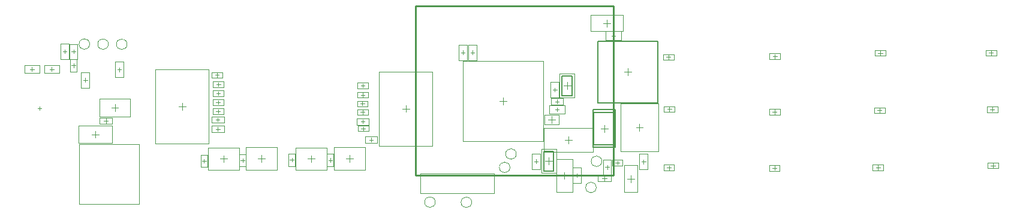
<source format=gko>
G04*
G04 #@! TF.GenerationSoftware,Altium Limited,CircuitMaker,2.3.0 (2.3.0.3)*
G04*
G04 Layer_Color=16720538*
%FSLAX24Y24*%
%MOIN*%
G70*
G04*
G04 #@! TF.SameCoordinates,2A175E2D-0061-457C-8FEC-56F43111969E*
G04*
G04*
G04 #@! TF.FilePolarity,Positive*
G04*
G01*
G75*
%ADD11C,0.0039*%
%ADD13C,0.0100*%
%ADD14C,0.0050*%
%ADD15C,0.0079*%
%ADD16C,0.0059*%
%ADD18C,0.0020*%
D11*
X4197Y3888D02*
X7544D01*
Y542D02*
Y3888D01*
X4197Y542D02*
X7544D01*
X4197D02*
Y3888D01*
X26015Y640D02*
G03*
X26015Y640I-295J0D01*
G01*
X33251Y2925D02*
G03*
X33251Y2925I-295J0D01*
G01*
X5818Y9449D02*
G03*
X5818Y9449I-295J0D01*
G01*
X6859Y9444D02*
G03*
X6859Y9444I-295J0D01*
G01*
X4780Y9454D02*
G03*
X4780Y9454I-295J0D01*
G01*
X28144Y2582D02*
G03*
X28144Y2582I-295J0D01*
G01*
X28494Y3332D02*
G03*
X28494Y3332I-295J0D01*
G01*
X32941Y1465D02*
G03*
X32941Y1465I-295J0D01*
G01*
X23988Y649D02*
G03*
X23988Y649I-295J0D01*
G01*
X4542Y7346D02*
Y7563D01*
X4434Y7455D02*
X4651D01*
X35147Y4818D02*
X35541D01*
X35344Y4621D02*
Y5015D01*
X19835Y6135D02*
X20051D01*
X19943Y6027D02*
Y6243D01*
X5983Y5913D02*
X6377D01*
X6180Y5717D02*
Y6110D01*
X14134Y3066D02*
X14528D01*
X14331Y2869D02*
Y3263D01*
X23154Y1127D02*
X27249D01*
Y2229D01*
X23154D02*
X27249D01*
X23154Y1127D02*
Y2229D01*
X27562Y6272D02*
X27956D01*
X27759Y6075D02*
Y6469D01*
X1573Y7947D02*
Y8163D01*
X1465Y8055D02*
X1681D01*
X2676Y7947D02*
Y8163D01*
X2567Y8055D02*
X2784D01*
X19965Y5027D02*
Y5243D01*
X19857Y5135D02*
X20074D01*
X20426Y4012D02*
Y4228D01*
X20317Y4120D02*
X20534D01*
X18047Y2987D02*
X18264D01*
X18155Y2879D02*
Y3095D01*
X15908Y3001D02*
X16125D01*
X16017Y2893D02*
Y3109D01*
X13173Y2978D02*
X13390D01*
X13281Y2870D02*
Y3087D01*
X11029Y2946D02*
X11246D01*
X11138Y2838D02*
Y3054D01*
X19218Y2866D02*
Y3260D01*
X19021Y3063D02*
X19414D01*
X17093Y2863D02*
Y3257D01*
X16897Y3060D02*
X17290D01*
X12228Y2865D02*
Y3259D01*
X12032Y3062D02*
X12425D01*
X11904Y5137D02*
Y5353D01*
X11796Y5245D02*
X12012D01*
X11909Y4612D02*
Y4829D01*
X11801Y4720D02*
X12017D01*
X22351Y5661D02*
Y6055D01*
X22154Y5858D02*
X22548D01*
X20874Y7925D02*
X23827D01*
X20874Y3791D02*
X23827D01*
X20874D02*
Y7925D01*
X23827Y3791D02*
Y7925D01*
X9922Y5775D02*
Y6169D01*
X9725Y5972D02*
X10119D01*
X8445Y3905D02*
X11398D01*
X8445Y8039D02*
X11398D01*
Y3905D02*
Y8039D01*
X8445Y3905D02*
Y8039D01*
X29492Y2925D02*
X29709D01*
X29600Y2816D02*
Y3033D01*
X30300Y2738D02*
Y3131D01*
X30104Y2935D02*
X30497D01*
X31876Y2037D02*
Y2253D01*
X31767Y2145D02*
X31984D01*
X30979Y2125D02*
X31373D01*
X31176Y1928D02*
Y2322D01*
X33278Y1975D02*
X33514D01*
X33396Y1857D02*
Y2093D01*
X36983Y2452D02*
Y2688D01*
X36865Y2570D02*
X37101D01*
X33546Y2487D02*
Y2703D01*
X33437Y2595D02*
X33654D01*
X34007Y2845D02*
X34224D01*
X34116Y2737D02*
Y2953D01*
X34870Y1754D02*
Y2148D01*
X34673Y1951D02*
X35067D01*
X35576Y2786D02*
Y3002D01*
X35467Y2894D02*
X35684D01*
X33189Y4745D02*
X33583D01*
X33386Y4548D02*
Y4942D01*
X33536Y10418D02*
Y10812D01*
X33339Y10615D02*
X33733D01*
X37001Y5712D02*
Y5948D01*
X36883Y5830D02*
X37119D01*
X36956Y8617D02*
Y8853D01*
X36838Y8735D02*
X37074D01*
X42871Y8652D02*
Y8888D01*
X42753Y8770D02*
X42989D01*
X42849Y2426D02*
Y2662D01*
X42731Y2544D02*
X42967D01*
X42735Y5675D02*
X42972D01*
X42853Y5557D02*
Y5793D01*
X48690Y5642D02*
Y5878D01*
X48572Y5760D02*
X48809D01*
X48728Y8837D02*
Y9073D01*
X48610Y8955D02*
X48846D01*
X48606Y2457D02*
Y2693D01*
X48488Y2575D02*
X48724D01*
X54878Y2685D02*
X55114D01*
X54996Y2567D02*
Y2803D01*
X54835Y5815D02*
X55072D01*
X54953Y5697D02*
Y5933D01*
X54893Y8847D02*
Y9083D01*
X54775Y8965D02*
X55012D01*
X33791Y9923D02*
X34007D01*
X33899Y9815D02*
Y10032D01*
X34509Y7905D02*
X34903D01*
X34706Y7708D02*
Y8102D01*
X26066Y8877D02*
Y9093D01*
X25957Y8985D02*
X26174D01*
X11823Y6713D02*
X12040D01*
X11932Y6605D02*
Y6822D01*
X11832Y7213D02*
X12049D01*
X11940Y7105D02*
Y7322D01*
X11810Y5715D02*
X12026D01*
X11918Y5607D02*
Y5823D01*
X11812Y6203D02*
X12029D01*
X11921Y6094D02*
Y6311D01*
X11748Y7734D02*
X11964D01*
X11856Y7625D02*
Y7842D01*
X30259Y5252D02*
X30653D01*
X30456Y5055D02*
Y5448D01*
X19847Y6625D02*
X20063D01*
X19955Y6517D02*
Y6733D01*
X19845Y5665D02*
X20062D01*
X19953Y5557D02*
Y5773D01*
X5570Y5175D02*
X5806D01*
X5688Y5057D02*
Y5293D01*
X3886Y8930D02*
Y9146D01*
X3777Y9038D02*
X3994D01*
X30769Y6144D02*
Y6361D01*
X30661Y6252D02*
X30877D01*
X3778Y8265D02*
X3994D01*
X3886Y8157D02*
Y8373D01*
X19859Y7149D02*
X20076D01*
X19968Y7040D02*
Y7257D01*
X30531Y6902D02*
X30747D01*
X30639Y6794D02*
Y7011D01*
X6326Y8027D02*
X6542D01*
X6434Y7918D02*
Y8135D01*
X3396Y8927D02*
Y9143D01*
X3287Y9035D02*
X3504D01*
X31319Y6941D02*
Y7335D01*
X31122Y7138D02*
X31516D01*
X19877Y4750D02*
X20094D01*
X19985Y4642D02*
Y4858D01*
X25417Y8986D02*
X25634D01*
X25526Y8878D02*
Y9094D01*
X30768Y5694D02*
Y5911D01*
X30660Y5802D02*
X30876D01*
X5100Y4228D02*
Y4622D01*
X4904Y4425D02*
X5297D01*
D13*
X22887Y11584D02*
X33911D01*
Y2135D02*
Y11584D01*
X22887Y2135D02*
X33911D01*
X22887D02*
Y11584D01*
D14*
X33033Y6192D02*
X36379D01*
X33033Y9618D02*
X36379D01*
X33033Y6192D02*
Y9618D01*
X36379Y6192D02*
Y9618D01*
D15*
X32772Y3695D02*
X34000D01*
Y5795D01*
X32772D02*
X34000D01*
X32772Y3695D02*
Y5795D01*
D16*
X30576Y2385D02*
Y3485D01*
X30025Y2385D02*
X30576D01*
X30025D02*
Y3485D01*
X30576D01*
X31044Y6588D02*
Y7688D01*
X31595D01*
Y6588D02*
Y7688D01*
X31044Y6588D02*
X31595D01*
X32811Y3839D02*
X33961D01*
Y5650D01*
X32811D02*
X33961D01*
X32811Y3839D02*
Y5650D01*
D18*
X4306Y7022D02*
X4779D01*
X4306Y7888D02*
X4779D01*
X4306Y7022D02*
Y7888D01*
X4779Y7022D02*
Y7888D01*
X36388Y3480D02*
Y6157D01*
X34301Y3480D02*
Y6157D01*
X36388D01*
X34301Y3480D02*
X36388D01*
X19648Y5977D02*
Y6292D01*
X20238Y5977D02*
Y6292D01*
X19648D02*
X20238D01*
X19648Y5977D02*
X20238D01*
X5334Y5402D02*
Y6425D01*
X7027Y5402D02*
Y6425D01*
X5334D02*
X7027D01*
X5334Y5402D02*
X7027D01*
X13465Y2436D02*
Y3696D01*
X15197Y2436D02*
Y3696D01*
X13465D02*
X15197D01*
X13465Y2436D02*
X15197D01*
X30003Y4028D02*
Y8516D01*
X25515Y4028D02*
Y8516D01*
Y4028D02*
X30003D01*
X25515Y8516D02*
X30003D01*
X1160Y7838D02*
X1987D01*
X1160Y8271D02*
X1987D01*
Y7838D02*
Y8271D01*
X1160Y7838D02*
Y8271D01*
X2262Y8271D02*
X3089D01*
X2262Y7838D02*
X3089D01*
X2262D02*
Y8271D01*
X3089Y7838D02*
Y8271D01*
X19623Y4958D02*
X20307D01*
X19623Y5312D02*
X20307D01*
Y4958D02*
Y5312D01*
X19623Y4958D02*
Y5312D01*
X20084Y3943D02*
X20768D01*
X20084Y4297D02*
X20768D01*
Y3943D02*
Y4297D01*
X20084Y3943D02*
Y4297D01*
X18333Y2645D02*
Y3329D01*
X17978Y2645D02*
Y3329D01*
X18333D01*
X17978Y2645D02*
X18333D01*
X16194Y2659D02*
Y3343D01*
X15840Y2659D02*
Y3343D01*
X16194D01*
X15840Y2659D02*
X16194D01*
X13459Y2637D02*
Y3320D01*
X13104Y2637D02*
Y3320D01*
X13459D01*
X13104Y2637D02*
X13459D01*
X11315Y2604D02*
Y3288D01*
X10961Y2604D02*
Y3288D01*
X11315D01*
X10961Y2604D02*
X11315D01*
X18351Y2433D02*
X20084D01*
X18351Y3693D02*
X20084D01*
Y2433D02*
Y3693D01*
X18351Y2433D02*
Y3693D01*
X16227Y2430D02*
X17960D01*
X16227Y3690D02*
X17960D01*
Y2430D02*
Y3690D01*
X16227Y2430D02*
Y3690D01*
X11362Y2432D02*
X13094D01*
X11362Y3692D02*
X13094D01*
Y2432D02*
Y3692D01*
X11362Y2432D02*
Y3692D01*
X11562Y5422D02*
X12246D01*
X11562Y5068D02*
X12246D01*
X11562D02*
Y5422D01*
X12246Y5068D02*
Y5422D01*
X11567Y4897D02*
X12251D01*
X11567Y4543D02*
X12251D01*
X11567D02*
Y4897D01*
X12251Y4543D02*
Y4897D01*
X31201Y4113D02*
X31595D01*
X31398Y3916D02*
Y4310D01*
X32776Y3444D02*
Y4782D01*
X30020D02*
X32776D01*
X30020Y3444D02*
Y4782D01*
Y3444D02*
X32776D01*
X29364Y2492D02*
Y3358D01*
X29837Y2492D02*
Y3358D01*
X29364Y2492D02*
X29837D01*
X29364Y3358D02*
X29837D01*
X29887Y3604D02*
X30714D01*
X29887Y2265D02*
X30714D01*
Y3604D01*
X29887Y2265D02*
Y3604D01*
X31640Y2578D02*
X32112D01*
X31640Y1712D02*
X32112D01*
Y2578D01*
X31640Y1712D02*
Y2578D01*
X30723Y1219D02*
Y3030D01*
X31628Y1219D02*
Y3030D01*
X30723Y1219D02*
X31628D01*
X30723Y3030D02*
X31628D01*
X33750Y1798D02*
Y2152D01*
X33041Y1798D02*
Y2152D01*
Y1798D02*
X33750D01*
X33041Y2152D02*
X33750D01*
X36688Y2412D02*
X37279D01*
X36688Y2727D02*
X37279D01*
Y2412D02*
Y2727D01*
X36688Y2412D02*
Y2727D01*
X33329Y2182D02*
X33762D01*
X33329Y3008D02*
X33762D01*
X33329Y2182D02*
Y3008D01*
X33762Y2182D02*
Y3008D01*
X33820Y2687D02*
Y3002D01*
X34411Y2687D02*
Y3002D01*
X33820D02*
X34411D01*
X33820Y2687D02*
X34411D01*
X34496Y1203D02*
X35244D01*
X34496Y2699D02*
X35244D01*
X34496Y1203D02*
Y2699D01*
X35244Y1203D02*
Y2699D01*
X35340Y2461D02*
X35812D01*
X35340Y3327D02*
X35812D01*
X35340Y2461D02*
Y3327D01*
X35812Y2461D02*
Y3327D01*
X32630Y11068D02*
X34441D01*
X32630Y10162D02*
X34441D01*
X32630D02*
Y11068D01*
X34441Y10162D02*
Y11068D01*
X36706Y5672D02*
X37296D01*
X36706Y5987D02*
X37296D01*
Y5672D02*
Y5987D01*
X36706Y5672D02*
Y5987D01*
X36660Y8577D02*
X37251D01*
X36660Y8892D02*
X37251D01*
Y8577D02*
Y8892D01*
X36660Y8577D02*
Y8892D01*
X42576Y8612D02*
X43166D01*
X42576Y8927D02*
X43166D01*
Y8612D02*
Y8927D01*
X42576Y8612D02*
Y8927D01*
X42553Y2387D02*
X43144D01*
X42553Y2702D02*
X43144D01*
Y2387D02*
Y2702D01*
X42553Y2387D02*
Y2702D01*
X42558Y5517D02*
Y5832D01*
X43149Y5517D02*
Y5832D01*
X42558D02*
X43149D01*
X42558Y5517D02*
X43149D01*
X48395Y5602D02*
X48986D01*
X48395Y5917D02*
X48986D01*
Y5602D02*
Y5917D01*
X48395Y5602D02*
Y5917D01*
X48433Y8797D02*
X49023D01*
X48433Y9112D02*
X49023D01*
Y8797D02*
Y9112D01*
X48433Y8797D02*
Y9112D01*
X48310Y2417D02*
X48901D01*
X48310Y2732D02*
X48901D01*
Y2417D02*
Y2732D01*
X48310Y2417D02*
Y2732D01*
X54700Y2527D02*
Y2842D01*
X55291Y2527D02*
Y2842D01*
X54700D02*
X55291D01*
X54700Y2527D02*
X55291D01*
X54658Y5657D02*
Y5972D01*
X55249Y5657D02*
Y5972D01*
X54658D02*
X55249D01*
X54658Y5657D02*
X55249D01*
X54598Y8807D02*
X55189D01*
X54598Y9122D02*
X55189D01*
Y8807D02*
Y9122D01*
X54598Y8807D02*
Y9122D01*
X34332Y9687D02*
Y10160D01*
X33466Y9687D02*
Y10160D01*
Y9687D02*
X34332D01*
X33466Y10160D02*
X34332D01*
X25830Y9418D02*
X26302D01*
X25830Y8552D02*
X26302D01*
Y9418D01*
X25830Y8552D02*
Y9418D01*
X12227Y6556D02*
Y6871D01*
X11636Y6556D02*
Y6871D01*
Y6556D02*
X12227D01*
X11636Y6871D02*
X12227D01*
X12236Y7056D02*
Y7371D01*
X11645Y7056D02*
Y7371D01*
Y7056D02*
X12236D01*
X11645Y7371D02*
X12236D01*
X12213Y5557D02*
Y5872D01*
X11623Y5557D02*
Y5872D01*
Y5557D02*
X12213D01*
X11623Y5872D02*
X12213D01*
X12216Y6045D02*
Y6360D01*
X11625Y6045D02*
Y6360D01*
Y6045D02*
X12216D01*
X11625Y6360D02*
X12216D01*
X12151Y7576D02*
Y7891D01*
X11561Y7576D02*
Y7891D01*
Y7576D02*
X12151D01*
X11561Y7891D02*
X12151D01*
X30860Y4986D02*
Y5517D01*
X30052Y4986D02*
Y5517D01*
Y4986D02*
X30860D01*
X30052Y5517D02*
X30860D01*
X19660Y6467D02*
Y6782D01*
X20250Y6467D02*
Y6782D01*
X19660D02*
X20250D01*
X19660Y6467D02*
X20250D01*
X19658Y5507D02*
Y5822D01*
X20249Y5507D02*
Y5822D01*
X19658D02*
X20249D01*
X19658Y5507D02*
X20249D01*
X6042Y4998D02*
Y5352D01*
X5333Y4998D02*
Y5352D01*
Y4998D02*
X6042D01*
X5333Y5352D02*
X6042D01*
X3669Y8625D02*
X4102D01*
X3669Y9451D02*
X4102D01*
X3669Y8625D02*
Y9451D01*
X4102Y8625D02*
Y9451D01*
X30427Y6429D02*
X31111D01*
X30427Y6075D02*
X31111D01*
X30427D02*
Y6429D01*
X31111Y6075D02*
Y6429D01*
X3709Y7923D02*
Y8607D01*
X4063Y7923D02*
Y8607D01*
X3709Y7923D02*
X4063D01*
X3709Y8607D02*
X4063D01*
X19672Y6991D02*
Y7306D01*
X20263Y6991D02*
Y7306D01*
X19672D02*
X20263D01*
X19672Y6991D02*
X20263D01*
X30875Y6469D02*
Y7335D01*
X30403Y6469D02*
Y7335D01*
X30875D01*
X30403Y6469D02*
X30875D01*
X6670Y7594D02*
Y8460D01*
X6198Y7594D02*
Y8460D01*
X6670D01*
X6198Y7594D02*
X6670D01*
X3160Y8602D02*
X3632D01*
X3160Y9468D02*
X3632D01*
X3160Y8602D02*
Y9468D01*
X3632Y8602D02*
Y9468D01*
X30906Y6469D02*
X31733D01*
X30906Y7807D02*
X31733D01*
X30906Y6469D02*
Y7807D01*
X31733Y6469D02*
Y7807D01*
X19690Y4593D02*
Y4907D01*
X20281Y4593D02*
Y4907D01*
X19690D02*
X20281D01*
X19690Y4593D02*
X20281D01*
X25762Y8553D02*
Y9419D01*
X25290Y8553D02*
Y9419D01*
X25762D01*
X25290Y8553D02*
X25762D01*
X30335Y5566D02*
X31201D01*
X30335Y6039D02*
X31201D01*
Y5566D02*
Y6039D01*
X30335Y5566D02*
Y6039D01*
X4156Y3952D02*
X6045D01*
X4156Y4897D02*
X6045D01*
Y3952D02*
Y4897D01*
X4156Y3952D02*
Y4897D01*
X1902Y5868D02*
X2099D01*
X2001Y5769D02*
Y5966D01*
M02*

</source>
